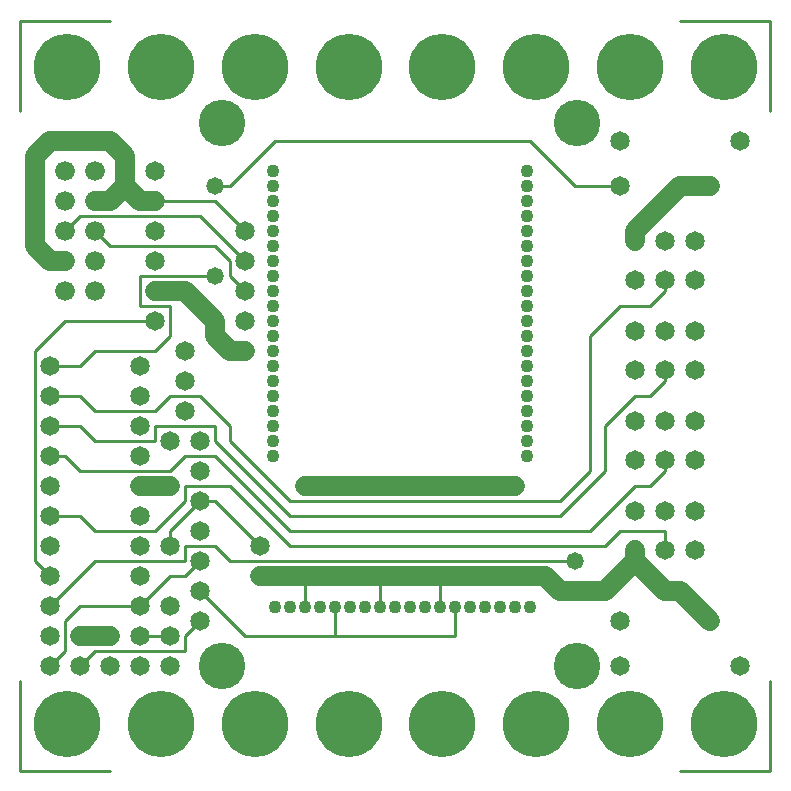
<source format=gbl>
%MOIN*%
%FSLAX25Y25*%
G04 D10 used for Character Trace; *
G04     Circle (OD=.01000) (No hole)*
G04 D11 used for Power Trace; *
G04     Circle (OD=.06500) (No hole)*
G04 D12 used for Signal Trace; *
G04     Circle (OD=.01100) (No hole)*
G04 D13 used for Via; *
G04     Circle (OD=.05800) (Round. Hole ID=.02800)*
G04 D14 used for Component hole; *
G04     Circle (OD=.06500) (Round. Hole ID=.03500)*
G04 D15 used for Component hole; *
G04     Circle (OD=.06600) (Round. Hole ID=.04200)*
G04 D16 used for Component hole; *
G04     Circle (OD=.08200) (Round. Hole ID=.05200)*
G04 D17 used for Component hole; *
G04     Circle (OD=.09000) (Round. Hole ID=.06000)*
G04 D18 used for Component hole; *
G04     Circle (OD=.11600) (Round. Hole ID=.08600)*
G04 D19 used for Component hole; *
G04     Circle (OD=.15500) (Round. Hole ID=.12500)*
G04 D20 used for Component hole; *
G04     Circle (OD=.04300) (Round. Hole ID=.03300)*
G04 D21 used for Component hole; *
G04     Circle (OD=.22100) (Round. Hole ID=.19100)*
%ADD10C,.01000*%
%ADD11C,.06500*%
%ADD12C,.01100*%
%ADD13C,.05800*%
%ADD14C,.06500*%
%ADD15C,.06600*%
%ADD16C,.08200*%
%ADD17C,.09000*%
%ADD18C,.11600*%
%ADD19C,.15500*%
%ADD20C,.04300*%
%ADD21C,.22100*%
%IPPOS*%
%LPD*%
G90*X0Y0D02*D21*X15625Y15625D03*D12*X0Y0D02*      
X30000D01*X0D02*Y30000D01*D14*X10000Y35000D03*D12*
X15000Y40000D01*Y50000D01*X20000Y55000D01*        
X40000D01*D14*D03*D12*X50000Y65000D01*X55000D01*  
X60000Y70000D01*D14*D03*D12*X70000D02*            
X65000Y75000D01*X70000Y70000D02*X185000D01*D13*   
D03*D11*X180000Y60000D02*X195000D01*X180000D02*   
X175000Y65000D01*X140000D01*D13*D03*D12*Y54400D01*
D20*D03*X145000D03*D12*Y45000D01*X105000D01*      
X75000D01*X60000Y60000D01*D14*D03*Y50000D03*D12*  
X55000Y45000D01*Y40000D01*X25000D01*              
X20000Y35000D01*D14*D03*X30000Y45000D03*D11*      
X20000D01*D14*D03*X30000Y35000D03*X10000Y55000D03*
D12*X25000Y70000D01*X55000D01*Y75000D01*X65000D01*
D14*X60000Y80000D03*X80000Y65000D03*D11*X95000D01*
D12*Y54400D01*D20*D03*X100000D03*X90000D03*D12*   
X105000Y45000D02*Y54400D01*D20*D03*X110000D03*D11*
X95000Y65000D02*X120000D01*D12*Y54400D01*D20*D03* 
X125000D03*X115000D03*X130000D03*D11*             
X120000Y65000D02*X140000D01*D20*X150000Y54400D03* 
X135000D03*X155000D03*X160000D03*X165000D03*D13*  
Y95000D03*D11*X95000D01*D13*D03*D12*              
X90000Y90000D02*X180000D01*X190000Y100000D01*     
Y145000D01*X200000Y155000D01*X210000D01*          
X215000Y160000D01*Y163500D01*D14*D03*             
X225000Y176500D03*X205000D03*D11*Y180000D01*      
X220000Y195000D01*X230000D01*D14*D03*             
X240000Y210000D03*X215000Y176500D03*D12*          
X250000Y220000D02*Y250000D01*X220000D01*D21*      
X234375Y234375D03*X203125D03*D19*                 
X185400Y215700D03*D14*X200000Y210000D03*D20*      
X168800Y200000D03*D21*X171875Y234375D03*D12*      
X185000Y195000D02*X170000Y210000D01*              
X185000Y195000D02*X200000D01*D14*D03*D20*         
X168800Y165000D03*D12*X85000Y210000D02*X170000D01*
X70000Y195000D02*X85000Y210000D01*                
X65000Y195000D02*X70000D01*D13*X65000D03*D12*     
X75000Y180000D02*X65000Y190000D01*D14*            
X75000Y180000D03*D20*X84200Y170000D03*Y190000D03* 
D12*X45000D02*X65000D01*D14*X45000D03*D11*        
X40000D01*X35000Y195000D01*X30000Y190000D01*      
X25000D01*D15*D03*D12*X15000Y180000D02*           
X20000Y185000D01*D15*X15000Y180000D03*D12*        
X20000Y185000D02*X60000D01*X75000Y170000D01*D14*  
D03*D12*Y160000D02*X70000Y165000D01*D14*          
X75000Y160000D03*D12*X70000Y165000D02*Y170000D01* 
X65000Y175000D01*X30000D01*X25000Y180000D01*D15*  
D03*X15000Y190000D03*Y170000D03*D11*X10000D01*    
X5000Y175000D01*Y205000D01*X10000Y210000D01*      
X30000D01*X35000Y205000D01*Y195000D01*D15*        
X25000Y200000D03*D14*X45000D03*Y180000D03*D15*    
X15000Y200000D03*X25000Y170000D03*D14*X45000D03*  
D13*X65000Y165000D03*D12*X40000D01*Y155000D01*    
X50000D01*Y145000D01*X45000Y140000D01*X25000D01*  
X20000Y135000D01*X10000D01*D14*D03*D12*           
X5000Y70000D02*Y140000D01*X10000Y65000D02*        
X5000Y70000D01*D14*X10000Y65000D03*Y75000D03*D12* 
X25000Y80000D02*X45000D01*X55000Y90000D01*        
Y95000D01*X70000D01*X90000Y75000D01*X195000D01*   
X200000Y80000D01*X215000D01*Y73500D01*D14*D03*    
X225000Y86500D03*X205000D03*X225000Y73500D03*     
X215000Y86500D03*X205000Y73500D03*D11*Y70000D01*  
X195000Y60000D01*X215000D02*X205000Y70000D01*     
X215000Y60000D02*X220000D01*X230000Y50000D01*D14* 
D03*X240000Y35000D03*D12*X250000Y0D02*Y30000D01*  
X220000Y0D02*X250000D01*D21*X234375Y15625D03*     
X203125D03*D19*X185400Y34700D03*D14*              
X200000Y35000D03*D21*X171875Y15625D03*D14*        
X200000Y50000D03*D20*X170000Y54400D03*D21*        
X140625Y15625D03*D12*X90000Y80000D02*X190000D01*  
X90000D02*X65000Y105000D01*X55000D01*             
X50000Y100000D01*X20000D01*X15000Y105000D01*      
X10000D01*D14*D03*D12*X25000Y110000D02*           
X20000Y115000D01*X25000Y110000D02*X45000D01*      
Y115000D01*X65000D01*Y110000D01*X90000Y85000D01*  
X180000D01*X195000Y100000D01*Y115000D01*          
X205000Y125000D01*X210000D01*X215000Y130000D01*   
Y133500D01*D14*D03*X225000Y146500D03*X205000D03*  
X225000Y133500D03*X215000Y146500D03*              
X205000Y133500D03*Y116500D03*X215000D03*          
X225000D03*Y163500D03*X205000Y103500D03*          
X215000D03*D12*Y100000D01*X210000Y95000D01*       
X205000D01*X190000Y80000D01*D20*X168800Y105000D03*
Y110000D03*Y115000D03*D14*X225000Y103500D03*D20*  
X168800Y120000D03*Y125000D03*Y130000D03*          
Y135000D03*Y140000D03*Y145000D03*Y150000D03*      
Y155000D03*Y160000D03*D21*X109375Y15625D03*D14*   
X205000Y163500D03*D20*X168800Y170000D03*          
Y175000D03*D12*X90000Y90000D02*X70000Y110000D01*  
Y115000D01*X60000Y125000D01*X50000D01*            
X45000Y120000D01*X25000D01*X20000Y125000D01*      
X10000D01*D14*D03*D12*Y115000D02*X20000D01*D14*   
X10000D03*Y95000D03*D12*X5000Y140000D02*          
X15000Y150000D01*X45000D01*D14*D03*               
X55000Y140000D03*D11*X65000Y150000D02*            
X55000Y160000D01*X65000Y145000D02*Y150000D01*     
X70000Y140000D02*X65000Y145000D01*                
X70000Y140000D02*X75000D01*D13*D03*D20*           
X84200Y130000D03*Y150000D03*Y135000D03*Y140000D03*
D14*X75000Y150000D03*D20*X84200Y145000D03*        
Y155000D03*Y125000D03*D11*X45000Y160000D02*       
X55000D01*D14*X45000D03*D15*X25000D03*D14*        
X40000Y135000D03*D15*X15000Y160000D03*D14*        
X55000Y130000D03*X40000Y125000D03*D20*            
X84200Y120000D03*Y200000D03*Y160000D03*Y165000D03*
D14*X55000Y120000D03*D20*X84200Y175000D03*        
Y180000D03*Y185000D03*Y195000D03*D14*             
X40000Y115000D03*D20*X84200D03*D14*               
X50000Y110000D03*X60000D03*D20*X84200D03*D19*     
X67300Y215700D03*D14*X40000Y105000D03*D20*        
X84200D03*D14*X60000Y100000D03*D12*X0Y220000D02*  
Y250000D01*X30000D01*D21*X46875Y234375D03*        
X15625D03*X78125D03*X109375D03*X140625D03*D20*    
X168800Y180000D03*Y185000D03*Y190000D03*          
Y195000D03*D14*X40000Y95000D03*D11*X50000D01*D14* 
D03*X40000Y85000D03*X60000Y90000D03*D12*          
X50000Y80000D01*Y75000D01*D14*D03*X40000Y65000D03*
Y75000D03*D12*X80000D02*X65000Y90000D01*D14*      
X80000Y75000D03*D12*X60000Y90000D02*X65000D01*D14*
X50000Y55000D03*D12*X25000Y80000D02*              
X20000Y85000D01*X10000D01*D14*D03*X50000Y45000D03*
D12*X40000D01*D14*D03*X50000Y35000D03*X40000D03*  
D19*X67300Y34700D03*D14*X10000Y45000D03*D21*      
X46875Y15625D03*X78125D03*D20*X85000Y54400D03*M02*

</source>
